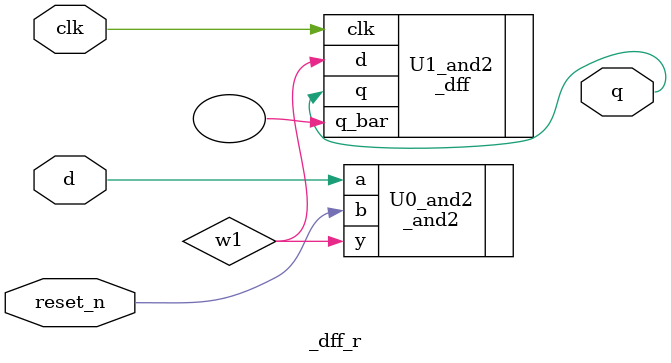
<source format=v>
module _dff_r(clk, reset_n ,d ,q); // resetable d-flipflop
	//set input clk, reset_n, d and output q
	input clk, reset_n, d;
	output q;
	//declare wire w1
	wire w1;
	//get value and(d, reset_n)
	_and2 U0_and2(.a(d),.b(reset_n),.y(w1));
	//d-flipflop to get q
	_dff U1_and2(.clk(clk),.d(w1),.q(q),.q_bar());
endmodule

</source>
